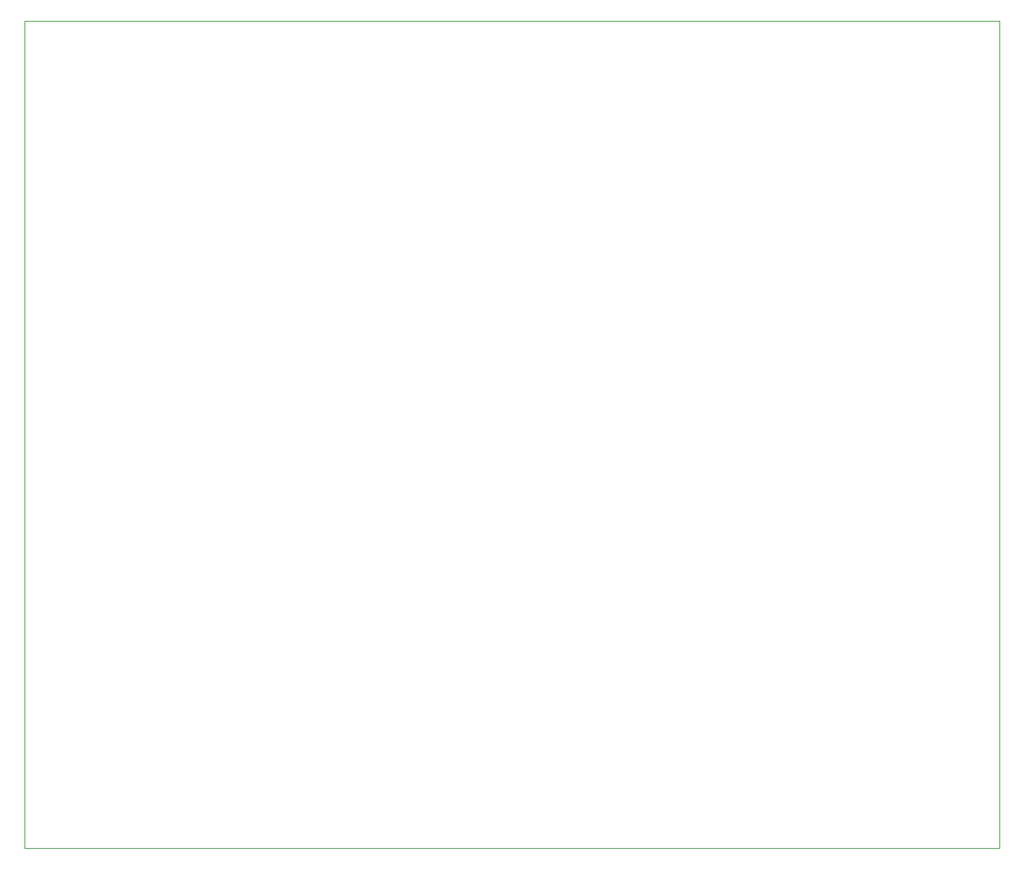
<source format=gbr>
G04 #@! TF.GenerationSoftware,KiCad,Pcbnew,(5.1.5)-3*
G04 #@! TF.CreationDate,2020-08-30T19:13:57+02:00*
G04 #@! TF.ProjectId,controller,636f6e74-726f-46c6-9c65-722e6b696361,rev?*
G04 #@! TF.SameCoordinates,Original*
G04 #@! TF.FileFunction,Legend,Bot*
G04 #@! TF.FilePolarity,Positive*
%FSLAX46Y46*%
G04 Gerber Fmt 4.6, Leading zero omitted, Abs format (unit mm)*
G04 Created by KiCad (PCBNEW (5.1.5)-3) date 2020-08-30 19:13:57*
%MOMM*%
%LPD*%
G04 APERTURE LIST*
%ADD10C,0.050000*%
G04 APERTURE END LIST*
D10*
X134620000Y-17272000D02*
X134620000Y-114300000D01*
X20320000Y-114300000D02*
X134620000Y-114300000D01*
X20320000Y-17272000D02*
X20320000Y-114300000D01*
X134620000Y-17272000D02*
X20320000Y-17272000D01*
M02*

</source>
